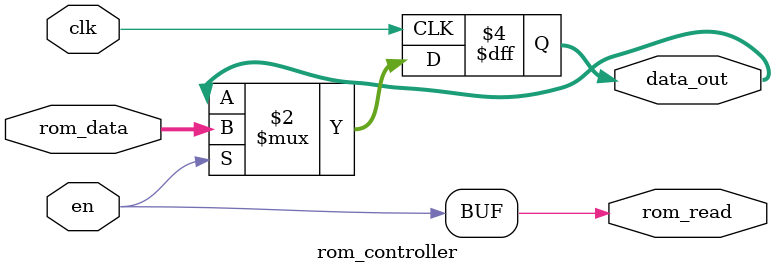
<source format=sv>
module enable_rom (
    input wire clk,
    input wire en,
    input wire [3:0] addr,
    output wire [7:0] data
);
    // 内部连线
    wire [7:0] rom_data;
    wire rom_read;
    
    // ROM存储模块实例
    rom_storage rom_inst (
        .addr(addr),
        .data(rom_data)
    );
    
    // 控制逻辑模块实例
    rom_controller ctrl_inst (
        .clk(clk),
        .en(en),
        .rom_data(rom_data),
        .rom_read(rom_read),
        .data_out(data)
    );
endmodule

module rom_storage (
    input wire [3:0] addr,
    output reg [7:0] data
);
    // 参数化ROM内容
    parameter [7:0] ROM_CONTENT_0 = 8'h12;
    parameter [7:0] ROM_CONTENT_1 = 8'h34;
    parameter [7:0] ROM_CONTENT_2 = 8'h56;
    parameter [7:0] ROM_CONTENT_3 = 8'h78;
    parameter [7:0] ROM_CONTENT_4 = 8'h9A;
    parameter [7:0] ROM_CONTENT_5 = 8'hBC;
    parameter [7:0] ROM_CONTENT_6 = 8'hDE;
    parameter [7:0] ROM_CONTENT_7 = 8'hF0;
    
    // 只读访问ROM内容
    always @(*) begin
        case(addr)
            4'd0: data = ROM_CONTENT_0;
            4'd1: data = ROM_CONTENT_1;
            4'd2: data = ROM_CONTENT_2;
            4'd3: data = ROM_CONTENT_3;
            4'd4: data = ROM_CONTENT_4;
            4'd5: data = ROM_CONTENT_5;
            4'd6: data = ROM_CONTENT_6;
            4'd7: data = ROM_CONTENT_7;
            default: data = 8'h00;  // 未定义地址返回0
        endcase
    end
endmodule

module rom_controller (
    input wire clk,
    input wire en,
    input wire [7:0] rom_data,
    output wire rom_read,
    output reg [7:0] data_out
);
    // 启用信号与时钟同步
    reg en_reg;
    
    // 生成ROM读取信号
    assign rom_read = en;
    
    // 使能时输出ROM数据
    always @(posedge clk) begin
        if (en) 
            data_out <= rom_data;
    end
endmodule
</source>
